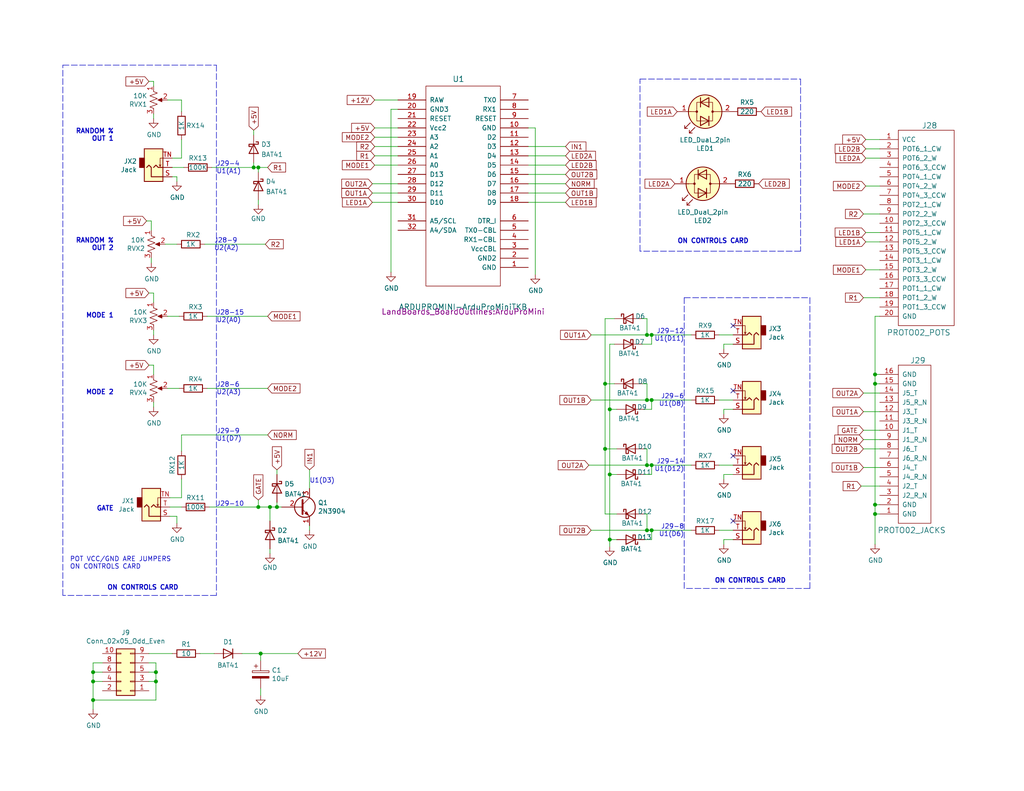
<source format=kicad_sch>
(kicad_sch (version 20211123) (generator eeschema)
  (paper "A")
  (title_block (title "STIX") (date "2022-12-27") (rev "1") (comment 1 "EUCLIDIAN GATE GENERATOR"))
  (lib_symbols
    (symbol "Connector:AudioJack2_SwitchT"
      (property "Reference" "J" (at 0 8.89 0))
      (property "Value" "AudioJack2_SwitchT" (at 0 6.35 0))
      (symbol "AudioJack2_SwitchT_0_1"
        (rectangle (start -2.54 0) (end -3.81 -2.54) (stroke (width 0.254)) (fill (type outline)))
        (polyline (pts (xy 1.778 -0.254) (xy 2.032 -0.762)))
        (polyline (pts (xy 0 0) (xy 0.635 -0.635) (xy 1.27 0) (xy 2.54 0)) (stroke (width 0.254)))
        (polyline (pts (xy 2.54 -2.54) (xy 1.778 -2.54) (xy 1.778 -0.254) (xy 1.524 -0.762)))
        (polyline (pts (xy 2.54 2.54) (xy -0.635 2.54) (xy -0.635 0) (xy -1.27 -0.635) (xy -1.905 0)) (stroke (width 0.254)))
        (rectangle (start 2.54 3.81) (end -2.54 -5.08) (stroke (width 0.254)) (fill (type background)))
      )
      (symbol "AudioJack2_SwitchT_1_1"
        (pin passive line (at 5.08 2.54 180) (length 2.54) (name "~") (number "S"))
        (pin passive line (at 5.08 0 180) (length 2.54) (name "~") (number "T"))
        (pin passive line (at 5.08 -2.54 180) (length 2.54) (name "~") (number "TN"))
      )
    )
    (symbol "Connector_Generic:Conn_02x05_Odd_Even" (pin_names (offset 1.016) hide)
      (property "Reference" "J" (at 1.27 7.62 0))
      (property "Value" "Conn_02x05_Odd_Even" (at 1.27 -7.62 0))
      (symbol "Conn_02x05_Odd_Even_1_1"
        (rectangle (start -1.27 -4.953) (end 0 -5.207) (stroke (width 0.1524)))
        (rectangle (start -1.27 -2.413) (end 0 -2.667) (stroke (width 0.1524)))
        (rectangle (start -1.27 0.127) (end 0 -0.127) (stroke (width 0.1524)))
        (rectangle (start -1.27 2.667) (end 0 2.413) (stroke (width 0.1524)))
        (rectangle (start -1.27 5.207) (end 0 4.953) (stroke (width 0.1524)))
        (rectangle (start -1.27 6.35) (end 3.81 -6.35) (stroke (width 0.254)) (fill (type background)))
        (rectangle (start 3.81 -4.953) (end 2.54 -5.207) (stroke (width 0.1524)))
        (rectangle (start 3.81 -2.413) (end 2.54 -2.667) (stroke (width 0.1524)))
        (rectangle (start 3.81 0.127) (end 2.54 -0.127) (stroke (width 0.1524)))
        (rectangle (start 3.81 2.667) (end 2.54 2.413) (stroke (width 0.1524)))
        (rectangle (start 3.81 5.207) (end 2.54 4.953) (stroke (width 0.1524)))
        (pin passive line (at -5.08 5.08 0) (length 3.81) (name "Pin_1") (number "1"))
        (pin passive line (at 7.62 -5.08 180) (length 3.81) (name "Pin_10") (number "10"))
        (pin passive line (at 7.62 5.08 180) (length 3.81) (name "Pin_2") (number "2"))
        (pin passive line (at -5.08 2.54 0) (length 3.81) (name "Pin_3") (number "3"))
        (pin passive line (at 7.62 2.54 180) (length 3.81) (name "Pin_4") (number "4"))
        (pin passive line (at -5.08 0 0) (length 3.81) (name "Pin_5") (number "5"))
        (pin passive line (at 7.62 0 180) (length 3.81) (name "Pin_6") (number "6"))
        (pin passive line (at -5.08 -2.54 0) (length 3.81) (name "Pin_7") (number "7"))
        (pin passive line (at 7.62 -2.54 180) (length 3.81) (name "Pin_8") (number "8"))
        (pin passive line (at -5.08 -5.08 0) (length 3.81) (name "Pin_9") (number "9"))
      )
    )
    (symbol "Device:CP" (pin_numbers hide) (pin_names (offset 0.254))
      (property "Reference" "C" (at 0.635 2.54 0))
      (property "Value" "Device_CP" (at 0.635 -2.54 0))
      (symbol "CP_0_1"
        (rectangle (start -2.286 0.508) (end 2.286 1.016))
        (polyline (pts (xy -1.778 2.286) (xy -0.762 2.286)))
        (polyline (pts (xy -1.27 2.794) (xy -1.27 1.778)))
        (rectangle (start 2.286 -0.508) (end -2.286 -1.016) (fill (type outline)))
      )
      (symbol "CP_1_1"
        (pin passive line (at 0 3.81 270) (length 2.794) (name "~") (number "1"))
        (pin passive line (at 0 -3.81 90) (length 2.794) (name "~") (number "2"))
      )
    )
    (symbol "Device:D" (pin_numbers hide) (pin_names (offset 1.016) hide)
      (property "Reference" "D" (at 0 2.54 0))
      (property "Value" "D" (at 0 -2.54 0))
      (symbol "D_0_1"
        (polyline (pts (xy -1.27 1.27) (xy -1.27 -1.27)) (stroke (width 0.254)))
        (polyline (pts (xy 1.27 0) (xy -1.27 0)))
        (polyline (pts (xy 1.27 1.27) (xy 1.27 -1.27) (xy -1.27 0) (xy 1.27 1.27)) (stroke (width 0.254)))
      )
      (symbol "D_1_1"
        (pin passive line (at -3.81 0 0) (length 2.54) (name "K") (number "1"))
        (pin passive line (at 3.81 0 180) (length 2.54) (name "A") (number "2"))
      )
    )
    (symbol "Device:D_Schottky" (pin_numbers hide) (pin_names (offset 1.016) hide)
      (property "Reference" "D" (at 0 2.54 0))
      (property "Value" "D_Schottky" (at 0 -2.54 0))
      (symbol "D_Schottky_0_1"
        (polyline (pts (xy 1.27 0) (xy -1.27 0)))
        (polyline (pts (xy 1.27 1.27) (xy 1.27 -1.27) (xy -1.27 0) (xy 1.27 1.27)) (stroke (width 0.254)))
        (polyline (pts (xy -1.905 0.635) (xy -1.905 1.27) (xy -1.27 1.27) (xy -1.27 -1.27) (xy -0.635 -1.27) (xy -0.635 -0.635)) (stroke (width 0.254)))
      )
      (symbol "D_Schottky_1_1"
        (pin passive line (at -3.81 0 0) (length 2.54) (name "K") (number "1"))
        (pin passive line (at 3.81 0 180) (length 2.54) (name "A") (number "2"))
      )
    )
    (symbol "Device:LED_Dual_2pin" (pin_names (offset 0) hide)
      (property "Reference" "D" (at 0 5.715 0))
      (property "Value" "Device_LED_Dual_2pin" (at 0 -6.35 0))
      (symbol "LED_Dual_2pin_0_1"
        (circle (center -2.032 0) (radius 0.254) (fill (type outline)))
        (polyline (pts (xy -4.572 0) (xy -2.54 0)))
        (polyline (pts (xy -2.032 0) (xy -2.54 0)))
        (polyline (pts (xy -1.016 3.81) (xy -1.016 1.27)) (stroke (width 0.254)))
        (polyline (pts (xy 1.27 -1.27) (xy 1.27 -3.81)) (stroke (width 0.254)))
        (polyline (pts (xy 4.064 0) (xy 2.286 0)) (fill (type outline)))
        (polyline (pts (xy 4.318 5.842) (xy 4.318 5.08)) (stroke (width 0.2032)))
        (polyline (pts (xy 5.588 4.572) (xy 5.588 3.81)) (stroke (width 0.2032)))
        (polyline (pts (xy 2.794 4.318) (xy 4.318 5.842) (xy 3.556 5.842)) (stroke (width 0.2032)))
        (polyline (pts (xy 4.064 3.048) (xy 5.588 4.572) (xy 4.826 4.572)) (stroke (width 0.2032)))
        (polyline (pts (xy -1.016 -1.27) (xy -1.016 -3.81) (xy 1.27 -2.54) (xy -1.016 -1.27)) (stroke (width 0.254)))
        (polyline (pts (xy 1.27 3.81) (xy 1.27 1.27) (xy -1.016 2.54) (xy 1.27 3.81)) (stroke (width 0.254)))
        (polyline (pts (xy 2.286 2.54) (xy -2.032 2.54) (xy -2.032 -2.54) (xy 2.286 -2.54) (xy 2.286 2.54)))
        (circle (center 0 0) (radius 4.572) (stroke (width 0.254)) (fill (type background)))
        (circle (center 2.286 0) (radius 0.254) (fill (type outline)))
      )
      (symbol "LED_Dual_2pin_1_1"
        (pin input line (at 7.62 0 180) (length 3.81) (name "KA") (number "1"))
        (pin input line (at -7.62 0 0) (length 3.048) (name "AK") (number "2"))
      )
    )
    (symbol "Device:R" (pin_numbers hide) (pin_names (offset 0))
      (property "Reference" "R" (at 2.032 0 90))
      (property "Value" "R" (at 0 0 90))
      (symbol "R_0_1"
        (rectangle (start -1.016 -2.54) (end 1.016 2.54) (stroke (width 0.254)))
      )
      (symbol "R_1_1"
        (pin passive line (at 0 3.81 270) (length 1.27) (name "~") (number "1"))
        (pin passive line (at 0 -3.81 90) (length 1.27) (name "~") (number "2"))
      )
    )
    (symbol "Device:R_POT_US" (pin_names (offset 1.016) hide)
      (property "Reference" "RV" (at -4.445 0 90))
      (property "Value" "Device_R_POT_US" (at -2.54 0 90))
      (symbol "R_POT_US_0_1"
        (polyline (pts (xy 0 -2.286) (xy 0 -2.54)))
        (polyline (pts (xy 0 2.54) (xy 0 2.286)))
        (polyline (pts (xy 2.54 0) (xy 1.524 0)))
        (polyline (pts (xy 1.143 0) (xy 2.286 0.508) (xy 2.286 -0.508) (xy 1.143 0)) (fill (type outline)))
        (polyline (pts (xy 0 -0.762) (xy 1.016 -1.143) (xy 0 -1.524) (xy -1.016 -1.905) (xy 0 -2.286)))
        (polyline (pts (xy 0 0.762) (xy 1.016 0.381) (xy 0 0) (xy -1.016 -0.381) (xy 0 -0.762)))
        (polyline (pts (xy 0 2.286) (xy 1.016 1.905) (xy 0 1.524) (xy -1.016 1.143) (xy 0 0.762)))
      )
      (symbol "R_POT_US_1_1"
        (pin passive line (at 0 3.81 270) (length 1.27) (name "1") (number "1"))
        (pin passive line (at 3.81 0 180) (length 1.27) (name "2") (number "2"))
        (pin passive line (at 0 -3.81 90) (length 1.27) (name "3") (number "3"))
      )
    )
    (symbol "LandBoards_Cards:ARDUPROMINI-ArduProMiniTKB" (pin_names (offset 1.016))
      (property "Reference" "U3" (at 7.62 20.32 0))
      (property "Value" "ARDUPROMINI-ArduProMiniTKB" (at 0 -36.83 0))
      (property "Footprint" "LandBoards_BoardOutlines:ArduProMini" (at 0 -40.64 0))
      (symbol "ARDUPROMINI-ArduProMiniTKB_0_1"
        (polyline (pts (xy -10.16 -35.56) (xy -10.16 19.05) (xy 10.16 19.05) (xy 10.16 -35.56) (xy 0 -35.56) (xy -10.16 -35.56)))
      )
      (symbol "ARDUPROMINI-ArduProMiniTKB_1_1"
        (pin unspecified line (at -17.78 -30.48 0) (length 7.62) (name "GND") (number "1"))
        (pin unspecified line (at -17.78 7.62 0) (length 7.62) (name "GND") (number "10"))
        (pin bidirectional line (at -17.78 5.08 0) (length 7.62) (name "D2") (number "11"))
        (pin bidirectional line (at -17.78 2.54 0) (length 7.62) (name "D3") (number "12"))
        (pin bidirectional line (at -17.78 0 0) (length 7.62) (name "D4") (number "13"))
        (pin bidirectional line (at -17.78 -2.54 0) (length 7.62) (name "D5") (number "14"))
        (pin bidirectional line (at -17.78 -5.08 0) (length 7.62) (name "D6") (number "15"))
        (pin bidirectional line (at -17.78 -7.62 0) (length 7.62) (name "D7") (number "16"))
        (pin bidirectional line (at -17.78 -10.16 0) (length 7.62) (name "D8") (number "17"))
        (pin bidirectional line (at -17.78 -12.7 0) (length 7.62) (name "D9") (number "18"))
        (pin unspecified line (at 17.78 15.24 180) (length 7.62) (name "RAW") (number "19"))
        (pin unspecified line (at -17.78 -27.94 0) (length 7.62) (name "GND2") (number "2"))
        (pin unspecified line (at 17.78 12.7 180) (length 7.62) (name "GND3") (number "20"))
        (pin input line (at 17.78 10.16 180) (length 7.62) (name "RESET") (number "21"))
        (pin unspecified line (at 17.78 7.62 180) (length 7.62) (name "Vcc2") (number "22"))
        (pin bidirectional line (at 17.78 5.08 180) (length 7.62) (name "A3") (number "23"))
        (pin bidirectional line (at 17.78 2.54 180) (length 7.62) (name "A2") (number "24"))
        (pin bidirectional line (at 17.78 0 180) (length 7.62) (name "A1") (number "25"))
        (pin bidirectional line (at 17.78 -2.54 180) (length 7.62) (name "A0") (number "26"))
        (pin bidirectional line (at 17.78 -5.08 180) (length 7.62) (name "D13") (number "27"))
        (pin input line (at 17.78 -7.62 180) (length 7.62) (name "D12") (number "28"))
        (pin bidirectional line (at 17.78 -10.16 180) (length 7.62) (name "D11") (number "29"))
        (pin power_in line (at -17.78 -25.4 0) (length 7.62) (name "VccCBL") (number "3"))
        (pin bidirectional line (at 17.78 -12.7 180) (length 7.62) (name "D10") (number "30"))
        (pin bidirectional line (at 17.78 -17.78 180) (length 7.62) (name "A5/SCL") (number "31"))
        (pin bidirectional line (at 17.78 -20.32 180) (length 7.62) (name "A4/SDA") (number "32"))
        (pin unspecified line (at -17.78 -22.86 0) (length 7.62) (name "RX1-CBL") (number "4"))
        (pin unspecified line (at -17.78 -20.32 0) (length 7.62) (name "TX0-CBL") (number "5"))
        (pin unspecified line (at -17.78 -17.78 0) (length 7.62) (name "DTR_I") (number "6"))
        (pin bidirectional line (at -17.78 15.24 0) (length 7.62) (name "TX0") (number "7"))
        (pin bidirectional line (at -17.78 12.7 0) (length 7.62) (name "RX1") (number "8"))
        (pin input line (at -17.78 10.16 0) (length 7.62) (name "RESET") (number "9"))
      )
    )
    (symbol "LandBoards_Conns:PROTO02_JACKS" (pin_names (offset 1.016))
      (property "Reference" "J" (at 0 22.86 0))
      (property "Value" "PROTO02_JACKS" (at 0 -22.86 0))
      (symbol "PROTO02_JACKS_0_1"
        (rectangle (start -5.08 21.59) (end 3.81 -21.59))
      )
      (symbol "PROTO02_JACKS_1_1"
        (pin power_in line (at 8.89 -19.05 180) (length 5.08) (name "GND") (number "1"))
        (pin passive line (at 8.89 3.81 180) (length 5.08) (name "J1_T") (number "10"))
        (pin passive line (at 8.89 6.35 180) (length 5.08) (name "J3_R_N") (number "11"))
        (pin passive line (at 8.89 8.89 180) (length 5.08) (name "J3_T") (number "12"))
        (pin passive line (at 8.89 11.43 180) (length 5.08) (name "J5_R_N") (number "13"))
        (pin passive line (at 8.89 13.97 180) (length 5.08) (name "J5_T") (number "14"))
        (pin power_in line (at 8.89 16.51 180) (length 5.08) (name "GND") (number "15"))
        (pin power_in line (at 8.89 19.05 180) (length 5.08) (name "GND") (number "16"))
        (pin power_in line (at 8.89 -16.51 180) (length 5.08) (name "GND") (number "2"))
        (pin passive line (at 8.89 -13.97 180) (length 5.08) (name "J2_R_N") (number "3"))
        (pin passive line (at 8.89 -11.43 180) (length 5.08) (name "J2_T") (number "4"))
        (pin passive line (at 8.89 -8.89 180) (length 5.08) (name "J4_R_N") (number "5"))
        (pin passive line (at 8.89 -6.35 180) (length 5.08) (name "J4_T") (number "6"))
        (pin passive line (at 8.89 -3.81 180) (length 5.08) (name "J6_R_N") (number "7"))
        (pin passive line (at 8.89 -1.27 180) (length 5.08) (name "J6_T") (number "8"))
        (pin passive line (at 8.89 1.27 180) (length 5.08) (name "J1_R_N") (number "9"))
      )
    )
    (symbol "LandBoards_Conns:PROTO02_POTS" (pin_names (offset 1.016))
      (property "Reference" "J" (at -1.27 27.94 0))
      (property "Value" "PROTO02_POTS" (at 0 -27.94 0))
      (symbol "PROTO02_POTS_0_1"
        (rectangle (start -8.89 26.67) (end 6.35 -26.67))
      )
      (symbol "PROTO02_POTS_1_1"
        (pin power_in line (at 11.43 24.13 180) (length 5.08) (name "VCC") (number "1"))
        (pin passive line (at 11.43 1.27 180) (length 5.08) (name "POT2_3_CCW") (number "10"))
        (pin passive line (at 11.43 -1.27 180) (length 5.08) (name "POT5_1_CW") (number "11"))
        (pin passive line (at 11.43 -3.81 180) (length 5.08) (name "POT5_2_W") (number "12"))
        (pin passive line (at 11.43 -6.35 180) (length 5.08) (name "POT5_3_CCW") (number "13"))
        (pin passive line (at 11.43 -8.89 180) (length 5.08) (name "POT3_1_CW") (number "14"))
        (pin passive line (at 11.43 -11.43 180) (length 5.08) (name "POT3_2_W") (number "15"))
        (pin passive line (at 11.43 -13.97 180) (length 5.08) (name "POT3_3_CCW") (number "16"))
        (pin passive line (at 11.43 -16.51 180) (length 5.08) (name "POT1_1_CW") (number "17"))
        (pin passive line (at 11.43 -19.05 180) (length 5.08) (name "POT1_2_W") (number "18"))
        (pin passive line (at 11.43 -21.59 180) (length 5.08) (name "POT1_3_CCW") (number "19"))
        (pin passive line (at 11.43 21.59 180) (length 5.08) (name "POT6_1_CW") (number "2"))
        (pin power_in line (at 11.43 -24.13 180) (length 5.08) (name "GND") (number "20"))
        (pin passive line (at 11.43 19.05 180) (length 5.08) (name "POT6_2_W") (number "3"))
        (pin passive line (at 11.43 16.51 180) (length 5.08) (name "POT6_3_CCW") (number "4"))
        (pin passive line (at 11.43 13.97 180) (length 5.08) (name "POT4_1_CW") (number "5"))
        (pin passive line (at 11.43 11.43 180) (length 5.08) (name "POT4_2_W") (number "6"))
        (pin passive line (at 11.43 8.89 180) (length 5.08) (name "POT4_3_CCW") (number "7"))
        (pin passive line (at 11.43 6.35 180) (length 5.08) (name "POT2_1_CW") (number "8"))
        (pin passive line (at 11.43 3.81 180) (length 5.08) (name "POT2_2_W") (number "9"))
      )
    )
    (symbol "Transistor_BJT:2N3904" (pin_names (offset 0) hide)
      (property "Reference" "Q" (at 5.08 1.905 0))
      (property "Value" "2N3904" (at 5.08 0 0))
      (symbol "2N3904_0_1"
        (polyline (pts (xy 0.635 0.635) (xy 2.54 2.54)))
        (polyline (pts (xy 0.635 -0.635) (xy 2.54 -2.54) (xy 2.54 -2.54)))
        (polyline (pts (xy 0.635 1.905) (xy 0.635 -1.905) (xy 0.635 -1.905)) (stroke (width 0.508)))
        (polyline (pts (xy 1.27 -1.778) (xy 1.778 -1.27) (xy 2.286 -2.286) (xy 1.27 -1.778) (xy 1.27 -1.778)) (fill (type outline)))
        (circle (center 1.27 0) (radius 2.8194) (stroke (width 0.254)))
      )
      (symbol "2N3904_1_1"
        (pin passive line (at 2.54 -5.08 90) (length 2.54) (name "E") (number "1"))
        (pin passive line (at -5.08 0 0) (length 5.715) (name "B") (number "2"))
        (pin passive line (at 2.54 5.08 270) (length 2.54) (name "C") (number "3"))
      )
    )
    (symbol "power:GND" (power) (pin_names (offset 0))
      (property "Value" "GND" (at 0 -3.81 0))
      (symbol "GND_0_1"
        (polyline (pts (xy 0 0) (xy 0 -1.27) (xy 1.27 -1.27) (xy 0 -2.54) (xy -1.27 -1.27) (xy 0 -1.27)))
      )
      (symbol "GND_1_1"
        (pin power_in line (at 0 0 270) (length 0) hide (name "GND") (number "1"))
      )
    )
  )
  (junction (at 71.12 178.435))
  (junction (at 177.8 144.78))
  (junction (at 25.4 183.515))
  (junction (at 166.37 147.32))
  (junction (at 73.66 138.43))
  (junction (at 25.4 186.055))
  (junction (at 238.76 102.235))
  (junction (at 166.37 111.76))
  (junction (at 42.545 183.515))
  (junction (at 75.565 138.43))
  (junction (at 176.53 144.78))
  (junction (at 176.53 91.44))
  (junction (at 70.485 138.43))
  (junction (at 176.53 109.22))
  (junction (at 238.76 140.335))
  (junction (at 238.76 137.795))
  (junction (at 69.215 45.72))
  (junction (at 165.1 104.775))
  (junction (at 166.37 129.54))
  (junction (at 238.76 104.775))
  (junction (at 165.1 122.555))
  (junction (at 177.8 109.22))
  (junction (at 177.8 127))
  (junction (at 70.485 45.72))
  (junction (at 25.4 191.135))
  (junction (at 176.53 127))
  (junction (at 42.545 186.055))
  (junction (at 177.8 91.44))
  (no_connect (at 200.025 124.46))
  (no_connect (at 200.025 88.9))
  (no_connect (at 200.025 106.68))
  (no_connect (at 200.025 142.24))
  (wire (pts (xy 46.355 138.43) (xy 49.53 138.43)))
  (wire (pts (xy 235.585 117.475) (xy 240.03 117.475)))
  (wire (pts (xy 197.485 129.54) (xy 197.485 130.81)))
  (wire (pts (xy 45.085 66.675) (xy 48.26 66.675)))
  (wire (pts (xy 235.585 81.28) (xy 240.03 81.28)))
  (wire (pts (xy 160.655 127) (xy 176.53 127)))
  (wire (pts (xy 69.215 45.72) (xy 70.485 45.72)))
  (wire (pts (xy 165.1 104.775) (xy 165.1 122.555)))
  (polyline (pts (xy 59.055 162.56) (xy 17.145 162.56)))
  (wire (pts (xy 177.8 144.78) (xy 177.8 147.32)))
  (wire (pts (xy 235.585 120.015) (xy 240.03 120.015)))
  (wire (pts (xy 108.585 55.245) (xy 101.6 55.245)))
  (wire (pts (xy 176.53 144.78) (xy 176.53 140.335)))
  (polyline (pts (xy 174.625 21.59) (xy 174.625 22.225)))
  (wire (pts (xy 25.4 186.055) (xy 27.94 186.055)))
  (wire (pts (xy 166.37 129.54) (xy 166.37 147.32)))
  (wire (pts (xy 48.26 48.26) (xy 48.26 49.53)))
  (wire (pts (xy 41.91 32.385) (xy 41.91 31.115)))
  (wire (pts (xy 84.455 128.27) (xy 84.455 133.35)))
  (wire (pts (xy 166.37 111.76) (xy 166.37 129.54)))
  (wire (pts (xy 54.61 178.435) (xy 58.42 178.435)))
  (wire (pts (xy 176.53 91.44) (xy 176.53 86.995)))
  (wire (pts (xy 41.275 60.325) (xy 41.275 62.865)))
  (wire (pts (xy 41.91 111.125) (xy 41.91 109.855)))
  (wire (pts (xy 75.565 128.27) (xy 75.565 129.54)))
  (wire (pts (xy 177.8 91.44) (xy 188.595 91.44)))
  (wire (pts (xy 71.12 178.435) (xy 81.28 178.435)))
  (wire (pts (xy 108.585 50.165) (xy 101.6 50.165)))
  (wire (pts (xy 70.485 136.525) (xy 70.485 138.43)))
  (wire (pts (xy 196.215 91.44) (xy 200.025 91.44)))
  (wire (pts (xy 57.785 45.72) (xy 69.215 45.72)))
  (wire (pts (xy 25.4 183.515) (xy 27.94 183.515)))
  (wire (pts (xy 177.8 129.54) (xy 175.895 129.54)))
  (wire (pts (xy 165.1 122.555) (xy 165.1 140.335)))
  (wire (pts (xy 238.76 104.775) (xy 238.76 137.795)))
  (wire (pts (xy 40.005 60.325) (xy 41.275 60.325)))
  (wire (pts (xy 177.8 127) (xy 188.595 127)))
  (wire (pts (xy 75.565 138.43) (xy 76.835 138.43)))
  (wire (pts (xy 45.72 106.045) (xy 48.895 106.045)))
  (wire (pts (xy 166.37 111.76) (xy 168.275 111.76)))
  (wire (pts (xy 25.4 193.675) (xy 25.4 191.135)))
  (wire (pts (xy 46.99 178.435) (xy 40.64 178.435)))
  (wire (pts (xy 196.215 144.78) (xy 200.025 144.78)))
  (wire (pts (xy 176.53 86.995) (xy 175.26 86.995)))
  (wire (pts (xy 200.025 147.32) (xy 197.485 147.32)))
  (wire (pts (xy 154.305 52.705) (xy 144.145 52.705)))
  (wire (pts (xy 235.585 122.555) (xy 240.03 122.555)))
  (wire (pts (xy 176.53 144.78) (xy 177.8 144.78)))
  (wire (pts (xy 146.05 34.925) (xy 146.05 74.93)))
  (wire (pts (xy 176.53 109.22) (xy 176.53 104.775)))
  (wire (pts (xy 49.53 135.89) (xy 49.53 130.81)))
  (wire (pts (xy 236.22 38.1) (xy 240.03 38.1)))
  (wire (pts (xy 176.53 91.44) (xy 177.8 91.44)))
  (wire (pts (xy 238.76 102.235) (xy 240.03 102.235)))
  (wire (pts (xy 71.12 189.865) (xy 71.12 187.96)))
  (wire (pts (xy 177.8 147.32) (xy 175.895 147.32)))
  (wire (pts (xy 234.95 132.715) (xy 240.03 132.715)))
  (wire (pts (xy 84.455 143.51) (xy 84.455 144.78)))
  (wire (pts (xy 41.91 80.01) (xy 41.91 82.55)))
  (wire (pts (xy 42.545 191.135) (xy 42.545 186.055)))
  (wire (pts (xy 45.72 86.36) (xy 48.895 86.36)))
  (wire (pts (xy 102.235 45.085) (xy 108.585 45.085)))
  (wire (pts (xy 200.025 129.54) (xy 197.485 129.54)))
  (wire (pts (xy 40.64 180.975) (xy 42.545 180.975)))
  (wire (pts (xy 196.215 127) (xy 200.025 127)))
  (wire (pts (xy 102.235 27.305) (xy 108.585 27.305)))
  (wire (pts (xy 45.72 27.305) (xy 49.53 27.305)))
  (wire (pts (xy 177.8 91.44) (xy 177.8 93.98)))
  (wire (pts (xy 197.485 93.98) (xy 197.485 95.25)))
  (wire (pts (xy 42.545 180.975) (xy 42.545 183.515)))
  (wire (pts (xy 238.76 104.775) (xy 240.03 104.775)))
  (wire (pts (xy 240.03 86.36) (xy 238.76 86.36)))
  (wire (pts (xy 154.305 50.165) (xy 144.145 50.165)))
  (wire (pts (xy 42.545 186.055) (xy 40.64 186.055)))
  (wire (pts (xy 70.485 45.72) (xy 70.485 46.99)))
  (wire (pts (xy 40.64 22.225) (xy 41.91 22.225)))
  (wire (pts (xy 108.585 29.845) (xy 106.68 29.845)))
  (wire (pts (xy 166.37 147.32) (xy 168.275 147.32)))
  (polyline (pts (xy 218.44 21.59) (xy 218.44 68.58)))
  (wire (pts (xy 73.66 138.43) (xy 75.565 138.43)))
  (wire (pts (xy 176.53 127) (xy 176.53 122.555)))
  (wire (pts (xy 49.53 27.305) (xy 49.53 30.48)))
  (wire (pts (xy 238.76 140.335) (xy 238.76 148.59)))
  (wire (pts (xy 200.025 111.76) (xy 197.485 111.76)))
  (wire (pts (xy 238.76 137.795) (xy 240.03 137.795)))
  (wire (pts (xy 165.1 140.335) (xy 168.275 140.335)))
  (wire (pts (xy 238.76 140.335) (xy 240.03 140.335)))
  (wire (pts (xy 177.8 111.76) (xy 175.895 111.76)))
  (wire (pts (xy 56.515 86.36) (xy 73.025 86.36)))
  (wire (pts (xy 166.37 93.98) (xy 167.64 93.98)))
  (wire (pts (xy 42.545 183.515) (xy 42.545 186.055)))
  (polyline (pts (xy 174.625 68.58) (xy 174.625 22.225)))
  (wire (pts (xy 41.275 71.755) (xy 41.275 70.485)))
  (wire (pts (xy 236.22 73.66) (xy 240.03 73.66)))
  (wire (pts (xy 154.305 45.085) (xy 144.145 45.085)))
  (wire (pts (xy 102.235 37.465) (xy 108.585 37.465)))
  (wire (pts (xy 73.66 138.43) (xy 73.66 142.24)))
  (wire (pts (xy 161.29 109.22) (xy 176.53 109.22)))
  (wire (pts (xy 165.1 122.555) (xy 168.275 122.555)))
  (wire (pts (xy 25.4 191.135) (xy 42.545 191.135)))
  (wire (pts (xy 165.1 86.995) (xy 165.1 104.775)))
  (wire (pts (xy 49.53 38.1) (xy 49.53 43.18)))
  (polyline (pts (xy 174.625 21.59) (xy 218.44 21.59)))
  (wire (pts (xy 177.8 109.22) (xy 188.595 109.22)))
  (wire (pts (xy 177.8 144.78) (xy 188.595 144.78)))
  (wire (pts (xy 25.4 180.975) (xy 27.94 180.975)))
  (wire (pts (xy 196.215 109.22) (xy 200.025 109.22)))
  (wire (pts (xy 75.565 137.16) (xy 75.565 138.43)))
  (wire (pts (xy 46.99 48.26) (xy 48.26 48.26)))
  (wire (pts (xy 236.22 40.64) (xy 240.03 40.64)))
  (wire (pts (xy 235.585 107.315) (xy 240.03 107.315)))
  (wire (pts (xy 41.91 22.225) (xy 41.91 23.495)))
  (wire (pts (xy 70.485 55.88) (xy 70.485 54.61)))
  (wire (pts (xy 166.37 129.54) (xy 168.275 129.54)))
  (wire (pts (xy 70.485 45.72) (xy 73.025 45.72)))
  (wire (pts (xy 238.76 102.235) (xy 238.76 104.775)))
  (wire (pts (xy 176.53 109.22) (xy 177.8 109.22)))
  (wire (pts (xy 154.305 42.545) (xy 144.145 42.545)))
  (wire (pts (xy 69.215 44.45) (xy 69.215 45.72)))
  (polyline (pts (xy 59.055 17.78) (xy 59.055 162.56)))
  (wire (pts (xy 25.4 186.055) (xy 25.4 183.515)))
  (wire (pts (xy 40.64 183.515) (xy 42.545 183.515)))
  (wire (pts (xy 236.22 63.5) (xy 240.03 63.5)))
  (wire (pts (xy 176.53 140.335) (xy 175.895 140.335)))
  (polyline (pts (xy 218.44 68.58) (xy 174.625 68.58)))
  (polyline (pts (xy 220.98 160.655) (xy 186.69 160.655)))
  (wire (pts (xy 238.76 137.795) (xy 238.76 140.335)))
  (wire (pts (xy 48.26 140.97) (xy 48.26 142.875)))
  (polyline (pts (xy 186.69 160.655) (xy 186.69 81.28)))
  (wire (pts (xy 165.1 104.775) (xy 167.64 104.775)))
  (wire (pts (xy 176.53 127) (xy 177.8 127)))
  (wire (pts (xy 154.305 47.625) (xy 144.145 47.625)))
  (wire (pts (xy 177.8 93.98) (xy 175.26 93.98)))
  (polyline (pts (xy 17.145 17.78) (xy 59.055 17.78)))
  (wire (pts (xy 102.235 42.545) (xy 108.585 42.545)))
  (wire (pts (xy 236.22 66.04) (xy 240.03 66.04)))
  (wire (pts (xy 197.485 147.32) (xy 197.485 148.59)))
  (polyline (pts (xy 17.145 162.56) (xy 17.145 17.78)))
  (wire (pts (xy 73.66 151.13) (xy 73.66 149.86)))
  (wire (pts (xy 70.485 138.43) (xy 73.66 138.43)))
  (wire (pts (xy 108.585 52.705) (xy 101.6 52.705)))
  (wire (pts (xy 161.29 91.44) (xy 176.53 91.44)))
  (wire (pts (xy 25.4 191.135) (xy 25.4 186.055)))
  (wire (pts (xy 69.215 35.56) (xy 69.215 36.83)))
  (wire (pts (xy 154.305 55.245) (xy 144.145 55.245)))
  (wire (pts (xy 46.99 45.72) (xy 50.165 45.72)))
  (wire (pts (xy 41.91 91.44) (xy 41.91 90.17)))
  (wire (pts (xy 106.68 29.845) (xy 106.68 74.295)))
  (wire (pts (xy 49.53 118.745) (xy 73.025 118.745)))
  (wire (pts (xy 49.53 118.745) (xy 49.53 123.19)))
  (wire (pts (xy 176.53 104.775) (xy 175.26 104.775)))
  (wire (pts (xy 66.04 178.435) (xy 71.12 178.435)))
  (wire (pts (xy 236.22 50.8) (xy 240.03 50.8)))
  (wire (pts (xy 154.305 40.005) (xy 144.145 40.005)))
  (wire (pts (xy 46.355 135.89) (xy 49.53 135.89)))
  (wire (pts (xy 197.485 111.76) (xy 197.485 113.03)))
  (wire (pts (xy 177.8 109.22) (xy 177.8 111.76)))
  (wire (pts (xy 102.235 40.005) (xy 108.585 40.005)))
  (wire (pts (xy 56.515 106.045) (xy 73.025 106.045)))
  (wire (pts (xy 177.8 127) (xy 177.8 129.54)))
  (polyline (pts (xy 186.69 81.28) (xy 220.98 81.28)))
  (wire (pts (xy 165.1 86.995) (xy 167.64 86.995)))
  (wire (pts (xy 236.22 43.18) (xy 240.03 43.18)))
  (wire (pts (xy 161.29 144.78) (xy 176.53 144.78)))
  (wire (pts (xy 41.91 99.695) (xy 41.91 102.235)))
  (wire (pts (xy 49.53 43.18) (xy 46.99 43.18)))
  (wire (pts (xy 235.585 58.42) (xy 240.03 58.42)))
  (wire (pts (xy 25.4 183.515) (xy 25.4 180.975)))
  (wire (pts (xy 40.64 80.01) (xy 41.91 80.01)))
  (wire (pts (xy 55.88 66.675) (xy 72.39 66.675)))
  (wire (pts (xy 235.585 112.395) (xy 240.03 112.395)))
  (wire (pts (xy 166.37 147.32) (xy 166.37 149.225)))
  (wire (pts (xy 46.355 140.97) (xy 48.26 140.97)))
  (polyline (pts (xy 220.98 81.28) (xy 220.98 160.655)))
  (wire (pts (xy 166.37 93.98) (xy 166.37 111.76)))
  (wire (pts (xy 57.15 138.43) (xy 70.485 138.43)))
  (wire (pts (xy 235.585 127.635) (xy 240.03 127.635)))
  (wire (pts (xy 71.12 180.34) (xy 71.12 178.435)))
  (wire (pts (xy 144.145 34.925) (xy 146.05 34.925)))
  (wire (pts (xy 200.025 93.98) (xy 197.485 93.98)))
  (wire (pts (xy 238.76 86.36) (xy 238.76 102.235)))
  (wire (pts (xy 102.235 34.925) (xy 108.585 34.925)))
  (wire (pts (xy 40.64 99.695) (xy 41.91 99.695)))
  (wire (pts (xy 176.53 122.555) (xy 175.895 122.555)))
  (text "ON CONTROLS CARD" (at 184.785 66.675 0) (effects (font (size 1.27 1.27) (thickness 0.254) bold) (justify left bottom)))
  (text "RANDOM %\nOUT 2" (at 31.115 68.58 180) (effects (font (size 1.27 1.27) (thickness 0.254) bold) (justify right bottom)))
  (text "J28-15\nU2(A0)" (at 59.055 88.265 0) (effects (font (size 1.27 1.27)) (justify left bottom)))
  (text "ON CONTROLS CARD" (at 29.21 161.29 0) (effects (font (size 1.27 1.27) (thickness 0.254) bold) (justify left bottom)))
  (text "U1(D3)" (at 84.455 132.08 0) (effects (font (size 1.27 1.27)) (justify left bottom)))
  (text "J29-6\nU1(D8)" (at 186.69 111.125 180) (effects (font (size 1.27 1.27)) (justify right bottom)))
  (text "J29-12\nU1(D11)" (at 186.69 93.345 180) (effects (font (size 1.27 1.27)) (justify right bottom)))
  (text "MODE 2" (at 31.115 107.95 180) (effects (font (size 1.27 1.27) (thickness 0.254) bold) (justify right bottom)))
  (text "RANDOM %\nOUT 1" (at 31.115 38.735 180) (effects (font (size 1.27 1.27) (thickness 0.254) bold) (justify right bottom)))
  (text "J29-4\nU1(A1)" (at 59.055 47.625 0) (effects (font (size 1.27 1.27)) (justify left bottom)))
  (text "J29-14\nU1(D12)" (at 186.69 128.905 180) (effects (font (size 1.27 1.27)) (justify right bottom)))
  (text "ON CONTROLS CARD" (at 194.945 159.385 0) (effects (font (size 1.27 1.27) (thickness 0.254) bold) (justify left bottom)))
  (text "POT VCC/GND ARE JUMPERS\nON CONTROLS CARD" (at 19.05 155.575 0) (effects (font (size 1.27 1.27)) (justify left bottom)))
  (text "J28-9\nU2(A2)" (at 58.42 68.58 0) (effects (font (size 1.27 1.27)) (justify left bottom)))
  (text "GATE" (at 31.115 139.7 180) (effects (font (size 1.27 1.27) (thickness 0.254) bold) (justify right bottom)))
  (text "MODE 1" (at 31.115 86.995 180) (effects (font (size 1.27 1.27) (thickness 0.254) bold) (justify right bottom)))
  (text "J29-10" (at 59.055 138.43 0) (effects (font (size 1.27 1.27)) (justify left bottom)))
  (text "J29-9\nU1(D7)" (at 59.055 120.65 0) (effects (font (size 1.27 1.27)) (justify left bottom)))
  (text "J28-6\nU2(A3)" (at 59.055 107.95 0) (effects (font (size 1.27 1.27)) (justify left bottom)))
  (text "J29-8\nU1(D6)" (at 186.69 146.685 180) (effects (font (size 1.27 1.27)) (justify right bottom)))
  (global_label "OUT2B" (shape input) (at 154.305 47.625 0) (property "Intersheet References" "${INTERSHEET_REFS}" (effects hide)))
  (global_label "MODE2" (shape input) (at 73.025 106.045 0) (property "Intersheet References" "${INTERSHEET_REFS}" (effects hide)))
  (global_label "+12V" (shape input) (at 102.235 27.305 180) (property "Intersheet References" "${INTERSHEET_REFS}" (effects hide)))
  (global_label "LED1A" (shape input) (at 236.22 66.04 180) (property "Intersheet References" "${INTERSHEET_REFS}" (effects hide)))
  (global_label "+5V" (shape input) (at 40.64 22.225 180) (property "Intersheet References" "${INTERSHEET_REFS}" (effects hide)))
  (global_label "OUT2A" (shape input) (at 160.655 127 180) (property "Intersheet References" "${INTERSHEET_REFS}" (effects hide)))
  (global_label "OUT1B" (shape input) (at 161.29 109.22 180) (property "Intersheet References" "${INTERSHEET_REFS}" (effects hide)))
  (global_label "R1" (shape input) (at 235.585 81.28 180) (property "Intersheet References" "${INTERSHEET_REFS}" (effects hide)))
  (global_label "R2" (shape input) (at 235.585 58.42 180) (property "Intersheet References" "${INTERSHEET_REFS}" (effects hide)))
  (global_label "LED2B" (shape input) (at 236.22 40.64 180) (property "Intersheet References" "${INTERSHEET_REFS}" (effects hide)))
  (global_label "GATE" (shape input) (at 70.485 136.525 90) (property "Intersheet References" "${INTERSHEET_REFS}" (effects hide)))
  (global_label "LED2B" (shape input) (at 207.01 50.165 0) (property "Intersheet References" "${INTERSHEET_REFS}" (effects hide)))
  (global_label "OUT1B" (shape input) (at 235.585 127.635 180) (property "Intersheet References" "${INTERSHEET_REFS}" (effects hide)))
  (global_label "R1" (shape input) (at 234.95 132.715 180) (property "Intersheet References" "${INTERSHEET_REFS}" (effects hide)))
  (global_label "LED2B" (shape input) (at 154.305 45.085 0) (property "Intersheet References" "${INTERSHEET_REFS}" (effects hide)))
  (global_label "OUT2B" (shape input) (at 235.585 122.555 180) (property "Intersheet References" "${INTERSHEET_REFS}" (effects hide)))
  (global_label "+5V" (shape input) (at 40.64 99.695 180) (property "Intersheet References" "${INTERSHEET_REFS}" (effects hide)))
  (global_label "R1" (shape input) (at 73.025 45.72 0) (property "Intersheet References" "${INTERSHEET_REFS}" (effects hide)))
  (global_label "OUT2A" (shape input) (at 235.585 107.315 180) (property "Intersheet References" "${INTERSHEET_REFS}" (effects hide)))
  (global_label "+12V" (shape input) (at 81.28 178.435 0) (property "Intersheet References" "${INTERSHEET_REFS}" (effects hide)))
  (global_label "MODE1" (shape input) (at 73.025 86.36 0) (property "Intersheet References" "${INTERSHEET_REFS}" (effects hide)))
  (global_label "OUT2B" (shape input) (at 161.29 144.78 180) (property "Intersheet References" "${INTERSHEET_REFS}" (effects hide)))
  (global_label "NORM" (shape input) (at 73.025 118.745 0) (property "Intersheet References" "${INTERSHEET_REFS}" (effects hide)))
  (global_label "GATE" (shape input) (at 235.585 117.475 180) (property "Intersheet References" "${INTERSHEET_REFS}" (effects hide)))
  (global_label "+5V" (shape input) (at 69.215 35.56 90) (property "Intersheet References" "${INTERSHEET_REFS}" (effects hide)))
  (global_label "+5V" (shape input) (at 102.235 34.925 180) (property "Intersheet References" "${INTERSHEET_REFS}" (effects hide)))
  (global_label "R2" (shape input) (at 102.235 40.005 180) (property "Intersheet References" "${INTERSHEET_REFS}" (effects hide)))
  (global_label "OUT2A" (shape input) (at 101.6 50.165 180) (property "Intersheet References" "${INTERSHEET_REFS}" (effects hide)))
  (global_label "OUT1A" (shape input) (at 101.6 52.705 180) (property "Intersheet References" "${INTERSHEET_REFS}" (effects hide)))
  (global_label "IN1" (shape input) (at 84.455 128.27 90) (property "Intersheet References" "${INTERSHEET_REFS}" (effects hide)))
  (global_label "+5V" (shape input) (at 236.22 38.1 180) (property "Intersheet References" "${INTERSHEET_REFS}" (effects hide)))
  (global_label "NORM" (shape input) (at 235.585 120.015 180) (property "Intersheet References" "${INTERSHEET_REFS}" (effects hide)))
  (global_label "LED1A" (shape input) (at 101.6 55.245 180) (property "Intersheet References" "${INTERSHEET_REFS}" (effects hide)))
  (global_label "OUT1A" (shape input) (at 161.29 91.44 180) (property "Intersheet References" "${INTERSHEET_REFS}" (effects hide)))
  (global_label "LED1A" (shape input) (at 184.785 30.48 180) (property "Intersheet References" "${INTERSHEET_REFS}" (effects hide)))
  (global_label "MODE1" (shape input) (at 102.235 45.085 180) (property "Intersheet References" "${INTERSHEET_REFS}" (effects hide)))
  (global_label "LED2A" (shape input) (at 184.15 50.165 180) (property "Intersheet References" "${INTERSHEET_REFS}" (effects hide)))
  (global_label "IN1" (shape input) (at 154.305 40.005 0) (property "Intersheet References" "${INTERSHEET_REFS}" (effects hide)))
  (global_label "R2" (shape input) (at 72.39 66.675 0) (property "Intersheet References" "${INTERSHEET_REFS}" (effects hide)))
  (global_label "NORM" (shape input) (at 154.305 50.165 0) (property "Intersheet References" "${INTERSHEET_REFS}" (effects hide)))
  (global_label "+5V" (shape input) (at 40.005 60.325 180) (property "Intersheet References" "${INTERSHEET_REFS}" (effects hide)))
  (global_label "OUT1B" (shape input) (at 154.305 52.705 0) (property "Intersheet References" "${INTERSHEET_REFS}" (effects hide)))
  (global_label "MODE1" (shape input) (at 236.22 73.66 180) (property "Intersheet References" "${INTERSHEET_REFS}" (effects hide)))
  (global_label "MODE2" (shape input) (at 236.22 50.8 180) (property "Intersheet References" "${INTERSHEET_REFS}" (effects hide)))
  (global_label "LED2A" (shape input) (at 236.22 43.18 180) (property "Intersheet References" "${INTERSHEET_REFS}" (effects hide)))
  (global_label "LED1B" (shape input) (at 154.305 55.245 0) (property "Intersheet References" "${INTERSHEET_REFS}" (effects hide)))
  (global_label "+5V" (shape input) (at 40.64 80.01 180) (property "Intersheet References" "${INTERSHEET_REFS}" (effects hide)))
  (global_label "MODE2" (shape input) (at 102.235 37.465 180) (property "Intersheet References" "${INTERSHEET_REFS}" (effects hide)))
  (global_label "R1" (shape input) (at 102.235 42.545 180) (property "Intersheet References" "${INTERSHEET_REFS}" (effects hide)))
  (global_label "LED2A" (shape input) (at 154.305 42.545 0) (property "Intersheet References" "${INTERSHEET_REFS}" (effects hide)))
  (global_label "+5V" (shape input) (at 75.565 128.27 90) (property "Intersheet References" "${INTERSHEET_REFS}" (effects hide)))
  (global_label "LED1B" (shape input) (at 207.645 30.48 0) (property "Intersheet References" "${INTERSHEET_REFS}" (effects hide)))
  (global_label "OUT1A" (shape input) (at 235.585 112.395 180) (property "Intersheet References" "${INTERSHEET_REFS}" (effects hide)))
  (global_label "LED1B" (shape input) (at 236.22 63.5 180) (property "Intersheet References" "${INTERSHEET_REFS}" (effects hide)))
  (symbol (lib_id "Device:R_POT_US") (at 41.91 27.305 0) (unit 1)
    (property "Reference" "RVX1" (at 40.2082 28.4734 0) (effects (justify right)))
    (property "Value" "10K" (at 40.2082 26.162 0) (effects (justify right)))
    (property "Footprint" "PJ302M:ModdedPotentiometer" (effects hide))
  )
  (symbol (lib_id "Connector:AudioJack2_SwitchT") (at 41.91 45.72 0) (mirror x) (unit 1)
    (property "Reference" "JX2" (at 37.3634 44.0182 0) (effects (justify right)))
    (property "Value" "Jack" (at 37.3634 46.3296 0) (effects (justify right)))
    (property "Footprint" "PJ302M:ModdedThonkiconn" (effects hide))
  )
  (symbol (lib_id "power:GND") (at 48.26 49.53 0) (unit 1)
    (property "Reference" "#PWR0102" (effects hide))
    (property "Value" "GND" (at 48.387 53.9242 0))
  )
  (symbol (lib_id "Device:R") (at 53.975 45.72 270) (unit 1)
    (property "Reference" "RX13" (at 53.975 43.18 90))
    (property "Value" "100K" (at 53.975 45.72 90))
    (property "Footprint" "Resistor_THT:R_Axial_DIN0207_L6.3mm_D2.5mm_P7.62mm_Horizontal" (effects hide))
  )
  (symbol (lib_id "Connector:AudioJack2_SwitchT") (at 41.275 138.43 0) (mirror x) (unit 1)
    (property "Reference" "JX1" (at 36.7284 136.7282 0) (effects (justify right)))
    (property "Value" "Jack" (at 36.7284 139.0396 0) (effects (justify right)))
    (property "Footprint" "PJ302M:ModdedThonkiconn" (effects hide))
  )
  (symbol (lib_id "power:GND") (at 48.26 142.875 0) (unit 1)
    (property "Reference" "#PWR0107" (effects hide))
    (property "Value" "GND" (at 48.387 147.2692 0))
  )
  (symbol (lib_id "Device:R") (at 53.34 138.43 270) (unit 1)
    (property "Reference" "RX11" (at 53.34 135.89 90))
    (property "Value" "100K" (at 53.34 138.43 90))
    (property "Footprint" "Resistor_THT:R_Axial_DIN0207_L6.3mm_D2.5mm_P7.62mm_Horizontal" (effects hide))
  )
  (symbol (lib_id "Transistor_BJT:2N3904") (at 81.915 138.43 0) (unit 1)
    (property "Reference" "Q1" (at 86.741 137.2616 0) (effects (justify left)))
    (property "Value" "2N3904" (at 86.741 139.573 0) (effects (justify left)))
    (property "Footprint" "Package_TO_SOT_THT:TO-92L_Inline_Wide" (effects hide))
    (property "Datasheet" "https://www.fairchildsemi.com/datasheets/2N/2N3904.pdf" (effects hide))
  )
  (symbol (lib_id "power:GND") (at 84.455 144.78 0) (unit 1)
    (property "Reference" "#PWR0108" (effects hide))
    (property "Value" "GND" (at 84.582 149.1742 0))
  )
  (symbol (lib_id "Connector_Generic:Conn_02x05_Odd_Even") (at 35.56 183.515 180) (unit 1)
    (property "Reference" "J9" (at 34.29 172.72 0))
    (property "Value" "Conn_02x05_Odd_Even" (at 34.29 175.0314 0))
    (property "Footprint" "Connector_IDC:IDC-Header_2x05_P2.54mm_Vertical" (effects hide))
  )
  (symbol (lib_id "Connector:AudioJack2_SwitchT") (at 205.105 91.44 180) (unit 1)
    (property "Reference" "JX3" (at 209.6516 89.7382 0) (effects (justify right)))
    (property "Value" "Jack" (at 209.6516 92.0496 0) (effects (justify right)))
    (property "Footprint" "PJ302M:ModdedThonkiconn" (effects hide))
  )
  (symbol (lib_id "Device:R") (at 192.405 91.44 270) (unit 1)
    (property "Reference" "RX9" (at 192.405 88.9 90))
    (property "Value" "1K" (at 192.405 91.44 90))
    (property "Footprint" "Resistor_THT:R_Axial_DIN0207_L6.3mm_D2.5mm_P7.62mm_Horizontal" (effects hide))
  )
  (symbol (lib_id "power:GND") (at 197.485 95.25 0) (unit 1)
    (property "Reference" "#PWR0117" (effects hide))
    (property "Value" "GND" (at 197.612 99.6442 0))
  )
  (symbol (lib_id "Connector:AudioJack2_SwitchT") (at 205.105 109.22 180) (unit 1)
    (property "Reference" "JX4" (at 209.6516 107.5182 0) (effects (justify right)))
    (property "Value" "Jack" (at 209.6516 109.8296 0) (effects (justify right)))
    (property "Footprint" "PJ302M:ModdedThonkiconn" (effects hide))
  )
  (symbol (lib_id "Device:R") (at 192.405 109.22 270) (unit 1)
    (property "Reference" "RX15" (at 192.405 106.68 90))
    (property "Value" "1K" (at 192.405 109.22 90))
    (property "Footprint" "Resistor_THT:R_Axial_DIN0207_L6.3mm_D2.5mm_P7.62mm_Horizontal" (effects hide))
  )
  (symbol (lib_id "power:GND") (at 197.485 113.03 0) (unit 1)
    (property "Reference" "#PWR0118" (effects hide))
    (property "Value" "GND" (at 197.612 117.4242 0))
  )
  (symbol (lib_id "Device:CP") (at 71.12 184.15 0) (unit 1)
    (property "Reference" "C1" (at 74.1172 182.9816 0) (effects (justify left)))
    (property "Value" "10uF" (at 74.1172 185.293 0) (effects (justify left)))
    (property "Footprint" "Capacitor_THT:CP_Radial_D6.3mm_P2.50mm" (effects hide))
  )
  (symbol (lib_id "Device:LED_Dual_2pin") (at 192.405 30.48 180) (unit 1)
    (property "Reference" "LED1" (at 192.405 40.5384 0))
    (property "Value" "LED_Dual_2pin" (at 192.405 38.227 0))
    (property "Footprint" "LED_THT:LED_D3.0mm" (effects hide))
  )
  (symbol (lib_id "Device:R") (at 203.835 30.48 270) (unit 1)
    (property "Reference" "RX5" (at 203.835 27.94 90))
    (property "Value" "220" (at 203.835 30.48 90))
    (property "Footprint" "Resistor_THT:R_Axial_DIN0207_L6.3mm_D2.5mm_P7.62mm_Horizontal" (effects hide))
  )
  (symbol (lib_id "Device:D") (at 62.23 178.435 180) (unit 1)
    (property "Reference" "D1" (at 62.23 175.26 0))
    (property "Value" "BAT41" (at 62.23 181.6354 0))
    (property "Footprint" "Diode_THT:D_DO-41_SOD81_P7.62mm_Horizontal" (effects hide))
  )
  (symbol (lib_id "Device:R") (at 49.53 127 0) (unit 1)
    (property "Reference" "RX12" (at 46.99 127 90))
    (property "Value" "1K" (at 49.53 127 90))
    (property "Footprint" "Resistor_THT:R_Axial_DIN0207_L6.3mm_D2.5mm_P7.62mm_Horizontal" (effects hide))
  )
  (symbol (lib_id "power:GND") (at 25.4 193.675 0) (unit 1)
    (property "Reference" "#PWR01" (effects hide))
    (property "Value" "GND" (at 25.527 198.0692 0))
  )
  (symbol (lib_id "Device:LED_Dual_2pin") (at 191.77 50.165 180) (unit 1)
    (property "Reference" "LED2" (at 191.77 60.2234 0))
    (property "Value" "LED_Dual_2pin" (at 191.77 57.912 0))
    (property "Footprint" "LED_THT:LED_D3.0mm" (effects hide))
  )
  (symbol (lib_id "Device:R") (at 49.53 34.29 0) (unit 1)
    (property "Reference" "RX14" (at 53.34 34.29 0))
    (property "Value" "1K" (at 49.53 34.29 90))
    (property "Footprint" "Resistor_THT:R_Axial_DIN0207_L6.3mm_D2.5mm_P7.62mm_Horizontal" (effects hide))
  )
  (symbol (lib_id "power:GND") (at 73.66 151.13 0) (unit 1)
    (property "Reference" "#PWR05" (effects hide))
    (property "Value" "GND" (at 73.66 154.94 0))
  )
  (symbol (lib_id "power:GND") (at 70.485 55.88 0) (unit 1)
    (property "Reference" "#PWR06" (effects hide))
    (property "Value" "GND" (at 70.485 59.69 0))
  )
  (symbol (lib_id "Device:D_Schottky") (at 172.085 111.76 180) (unit 1)
    (property "Reference" "D9" (at 176.53 111.125 0) (effects (justify left)))
    (property "Value" "BAT41" (at 174.625 114.3 0) (effects (justify left)))
    (property "Footprint" "Diode_THT:D_DO-35_SOD27_P2.54mm_Vertical_KathodeUp" (effects hide))
  )
  (symbol (lib_id "Connector:AudioJack2_SwitchT") (at 205.105 127 180) (unit 1)
    (property "Reference" "JX5" (at 209.6516 125.2982 0) (effects (justify right)))
    (property "Value" "Jack" (at 209.6516 127.6096 0) (effects (justify right)))
    (property "Footprint" "PJ302M:ModdedThonkiconn" (effects hide))
  )
  (symbol (lib_id "Device:D_Schottky") (at 172.085 122.555 0) (unit 1)
    (property "Reference" "D10" (at 173.99 121.92 0) (effects (justify left)))
    (property "Value" "BAT41" (at 169.545 125.095 0) (effects (justify left)))
    (property "Footprint" "Diode_THT:D_DO-35_SOD27_P2.54mm_Vertical_KathodeUp" (effects hide))
  )
  (symbol (lib_id "Device:D_Schottky") (at 75.565 133.35 270) (unit 1)
    (property "Reference" "D5" (at 77.597 132.124 90) (effects (justify left)))
    (property "Value" "BAT41" (at 77.597 134.8991 90) (effects (justify left)))
    (property "Footprint" "Diode_THT:D_DO-35_SOD27_P2.54mm_Vertical_KathodeUp" (effects hide))
  )
  (symbol (lib_id "LandBoards_Cards:ARDUPROMINI-ArduProMiniTKB") (at 126.365 42.545 0) (mirror y) (unit 1)
    (property "Reference" "U1" (at 125.095 21.59 0) (effects (font (size 1.524 1.524))))
    (property "Value" "ARDUPROMINI-ArduProMiniTKB" (at 126.365 83.82 0) (effects (font (size 1.524 1.524))))
    (property "Footprint" "LandBoards_BoardOutlines:ArduProMini" (at 126.365 85.09 0) (effects (font (size 1.524 1.524))))
  )
  (symbol (lib_id "power:GND") (at 41.91 91.44 0) (unit 1)
    (property "Reference" "#PWR?" (effects hide))
    (property "Value" "GND" (at 42.037 95.8342 0))
  )
  (symbol (lib_id "Device:D_Schottky") (at 171.45 104.775 0) (unit 1)
    (property "Reference" "D8" (at 173.99 104.14 0) (effects (justify left)))
    (property "Value" "BAT41" (at 168.275 107.315 0) (effects (justify left)))
    (property "Footprint" "Diode_THT:D_DO-35_SOD27_P2.54mm_Vertical_KathodeUp" (effects hide))
  )
  (symbol (lib_id "power:GND") (at 41.91 32.385 0) (unit 1)
    (property "Reference" "#PWR02" (effects hide))
    (property "Value" "GND" (at 42.037 36.7792 0))
  )
  (symbol (lib_id "Device:R") (at 52.705 106.045 270) (unit 1)
    (property "Reference" "RX4" (at 53.34 103.505 90))
    (property "Value" "1K" (at 52.705 106.045 90))
    (property "Footprint" "Resistor_THT:R_Axial_DIN0207_L6.3mm_D2.5mm_P7.62mm_Horizontal" (effects hide))
  )
  (symbol (lib_id "power:GND") (at 41.275 71.755 0) (unit 1)
    (property "Reference" "#PWR03" (effects hide))
    (property "Value" "GND" (at 41.402 76.1492 0))
  )
  (symbol (lib_id "Device:R") (at 52.07 66.675 270) (unit 1)
    (property "Reference" "RX2" (at 52.705 64.135 90))
    (property "Value" "1K" (at 52.07 66.675 90))
    (property "Footprint" "Resistor_THT:R_Axial_DIN0207_L6.3mm_D2.5mm_P7.62mm_Horizontal" (effects hide))
  )
  (symbol (lib_id "Device:R_POT_US") (at 41.91 106.045 0) (unit 1)
    (property "Reference" "RVX4" (at 40.2082 107.2134 0) (effects (justify right)))
    (property "Value" "10K" (at 40.2082 104.902 0) (effects (justify right)))
    (property "Footprint" "PJ302M:ModdedPotentiometer" (effects hide))
  )
  (symbol (lib_id "Device:R") (at 50.8 178.435 270) (unit 1)
    (property "Reference" "R1" (at 50.8 175.895 90))
    (property "Value" "10" (at 50.8 178.435 90))
    (property "Footprint" "Resistor_THT:R_Axial_DIN0207_L6.3mm_D2.5mm_P7.62mm_Horizontal" (effects hide))
  )
  (symbol (lib_id "power:GND") (at 71.12 189.865 0) (unit 1)
    (property "Reference" "#PWR04" (effects hide))
    (property "Value" "GND" (at 71.247 194.2592 0))
  )
  (symbol (lib_id "Device:D_Schottky") (at 172.085 147.32 180) (unit 1)
    (property "Reference" "D13" (at 177.8 146.685 0) (effects (justify left)))
    (property "Value" "BAT41" (at 175.26 149.86 0) (effects (justify left)))
    (property "Footprint" "Diode_THT:D_DO-35_SOD27_P2.54mm_Vertical_KathodeUp" (effects hide))
  )
  (symbol (lib_id "Device:R_POT_US") (at 41.91 86.36 0) (unit 1)
    (property "Reference" "RVX3" (at 40.2082 87.5284 0) (effects (justify right)))
    (property "Value" "10K" (at 40.2082 85.217 0) (effects (justify right)))
    (property "Footprint" "PJ302M:ModdedPotentiometer" (effects hide))
  )
  (symbol (lib_id "Device:D_Schottky") (at 73.66 146.05 270) (unit 1)
    (property "Reference" "D2" (at 75.692 144.824 90) (effects (justify left)))
    (property "Value" "BAT41" (at 75.692 147.5991 90) (effects (justify left)))
    (property "Footprint" "Diode_THT:D_DO-35_SOD27_P2.54mm_Vertical_KathodeUp" (effects hide))
  )
  (symbol (lib_id "power:GND") (at 41.91 111.125 0) (unit 1)
    (property "Reference" "#PWR?" (effects hide))
    (property "Value" "GND" (at 42.037 115.5192 0))
  )
  (symbol (lib_id "power:GND") (at 166.37 149.225 0) (unit 1)
    (property "Reference" "#PWR012" (effects hide))
    (property "Value" "GND" (at 166.497 153.6192 0))
  )
  (symbol (lib_id "power:GND") (at 197.485 130.81 0) (unit 1)
    (property "Reference" "#PWR09" (effects hide))
    (property "Value" "GND" (at 197.612 135.2042 0))
  )
  (symbol (lib_id "Device:D_Schottky") (at 171.45 93.98 180) (unit 1)
    (property "Reference" "D7" (at 175.895 93.345 0) (effects (justify left)))
    (property "Value" "BAT41" (at 174.625 96.52 0) (effects (justify left)))
    (property "Footprint" "Diode_THT:D_DO-35_SOD27_P2.54mm_Vertical_KathodeUp" (effects hide))
  )
  (symbol (lib_id "Device:R") (at 192.405 127 270) (unit 1)
    (property "Reference" "RX7" (at 192.405 124.46 90))
    (property "Value" "1K" (at 192.405 127 90))
    (property "Footprint" "Resistor_THT:R_Axial_DIN0207_L6.3mm_D2.5mm_P7.62mm_Horizontal" (effects hide))
  )
  (symbol (lib_id "LandBoards_Conns:PROTO02_POTS") (at 251.46 62.23 0) (mirror y) (unit 1)
    (property "Reference" "J28" (at 251.46 34.29 0) (effects (font (size 1.524 1.524)) (justify right)))
    (property "Value" "PROTO02_POTS" (at 241.935 90.805 0) (effects (font (size 1.524 1.524)) (justify right)))
  )
  (symbol (lib_id "Device:D_Schottky") (at 69.215 40.64 270) (unit 1)
    (property "Reference" "D3" (at 71.247 39.414 90) (effects (justify left)))
    (property "Value" "BAT41" (at 71.247 42.1891 90) (effects (justify left)))
    (property "Footprint" "Diode_THT:D_DO-35_SOD27_P2.54mm_Vertical_KathodeUp" (effects hide))
  )
  (symbol (lib_id "Connector:AudioJack2_SwitchT") (at 205.105 144.78 180) (unit 1)
    (property "Reference" "JX6" (at 209.6516 143.0782 0) (effects (justify right)))
    (property "Value" "Jack" (at 209.6516 145.3896 0) (effects (justify right)))
    (property "Footprint" "PJ302M:ModdedThonkiconn" (effects hide))
  )
  (symbol (lib_id "Device:D_Schottky") (at 70.485 50.8 270) (unit 1)
    (property "Reference" "D4" (at 72.517 49.574 90) (effects (justify left)))
    (property "Value" "BAT41" (at 72.517 52.3491 90) (effects (justify left)))
    (property "Footprint" "Diode_THT:D_DO-35_SOD27_P2.54mm_Vertical_KathodeUp" (effects hide))
  )
  (symbol (lib_id "power:GND") (at 106.68 74.295 0) (unit 1)
    (property "Reference" "#PWR07" (effects hide))
    (property "Value" "GND" (at 106.807 78.6892 0))
  )
  (symbol (lib_id "Device:D_Schottky") (at 172.085 129.54 180) (unit 1)
    (property "Reference" "D11" (at 177.8 128.905 0) (effects (justify left)))
    (property "Value" "BAT41" (at 175.26 132.08 0) (effects (justify left)))
    (property "Footprint" "Diode_THT:D_DO-35_SOD27_P2.54mm_Vertical_KathodeUp" (effects hide))
  )
  (symbol (lib_id "Device:D_Schottky") (at 172.085 140.335 0) (unit 1)
    (property "Reference" "D12" (at 173.99 139.7 0) (effects (justify left)))
    (property "Value" "BAT41" (at 169.545 142.875 0) (effects (justify left)))
    (property "Footprint" "Diode_THT:D_DO-35_SOD27_P2.54mm_Vertical_KathodeUp" (effects hide))
  )
  (symbol (lib_id "LandBoards_Conns:PROTO02_JACKS") (at 248.92 121.285 0) (mirror y) (unit 1)
    (property "Reference" "J29" (at 248.285 98.425 0) (effects (font (size 1.524 1.524)) (justify right)))
    (property "Value" "PROTO02_JACKS" (at 239.395 144.78 0) (effects (font (size 1.524 1.524)) (justify right)))
  )
  (symbol (lib_id "power:GND") (at 146.05 74.93 0) (unit 1)
    (property "Reference" "#PWR08" (effects hide))
    (property "Value" "GND" (at 146.177 79.3242 0))
  )
  (symbol (lib_id "Device:R") (at 52.705 86.36 270) (unit 1)
    (property "Reference" "RX3" (at 53.34 83.82 90))
    (property "Value" "1K" (at 52.705 86.36 90))
    (property "Footprint" "Resistor_THT:R_Axial_DIN0207_L6.3mm_D2.5mm_P7.62mm_Horizontal" (effects hide))
  )
  (symbol (lib_id "Device:R") (at 203.2 50.165 270) (unit 1)
    (property "Reference" "RX6" (at 203.2 47.625 90))
    (property "Value" "220" (at 203.2 50.165 90))
    (property "Footprint" "Resistor_THT:R_Axial_DIN0207_L6.3mm_D2.5mm_P7.62mm_Horizontal" (effects hide))
  )
  (symbol (lib_id "Device:D_Schottky") (at 171.45 86.995 0) (unit 1)
    (property "Reference" "D6" (at 173.355 86.36 0) (effects (justify left)))
    (property "Value" "BAT41" (at 168.91 89.535 0) (effects (justify left)))
    (property "Footprint" "Diode_THT:D_DO-35_SOD27_P2.54mm_Vertical_KathodeUp" (effects hide))
  )
  (symbol (lib_id "Device:R") (at 192.405 144.78 270) (unit 1)
    (property "Reference" "RX17" (at 192.405 142.24 90))
    (property "Value" "1K" (at 192.405 144.78 90))
    (property "Footprint" "Resistor_THT:R_Axial_DIN0207_L6.3mm_D2.5mm_P7.62mm_Horizontal" (effects hide))
  )
  (symbol (lib_id "Device:R_POT_US") (at 41.275 66.675 0) (unit 1)
    (property "Reference" "RVX2" (at 39.5732 67.8434 0) (effects (justify right)))
    (property "Value" "10K" (at 39.5732 65.532 0) (effects (justify right)))
    (property "Footprint" "PJ302M:ModdedPotentiometer" (effects hide))
  )
  (symbol (lib_id "power:GND") (at 238.76 148.59 0) (unit 1)
    (property "Reference" "#PWR011" (effects hide))
    (property "Value" "GND" (at 238.887 152.9842 0))
  )
  (symbol (lib_id "power:GND") (at 197.485 148.59 0) (unit 1)
    (property "Reference" "#PWR010" (effects hide))
    (property "Value" "GND" (at 197.612 152.9842 0))
  )
)
</source>
